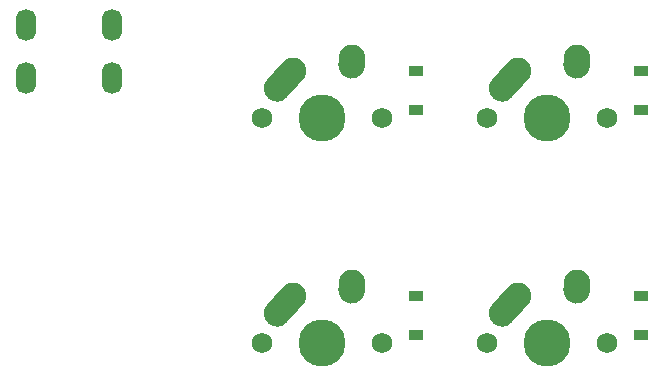
<source format=gbs>
G04 #@! TF.GenerationSoftware,KiCad,Pcbnew,(5.1.7)-1*
G04 #@! TF.CreationDate,2020-11-03T00:38:03-05:00*
G04 #@! TF.ProjectId,keyboard_test,6b657962-6f61-4726-945f-746573742e6b,rev?*
G04 #@! TF.SameCoordinates,Original*
G04 #@! TF.FileFunction,Soldermask,Bot*
G04 #@! TF.FilePolarity,Negative*
%FSLAX46Y46*%
G04 Gerber Fmt 4.6, Leading zero omitted, Abs format (unit mm)*
G04 Created by KiCad (PCBNEW (5.1.7)-1) date 2020-11-03 00:38:03*
%MOMM*%
%LPD*%
G01*
G04 APERTURE LIST*
%ADD10O,1.700000X2.700000*%
%ADD11C,1.750000*%
%ADD12C,2.250000*%
%ADD13C,3.987800*%
%ADD14R,1.200000X0.900000*%
G04 APERTURE END LIST*
D10*
X37781250Y-47625000D03*
X30481250Y-47625000D03*
X30481250Y-52125000D03*
X37781250Y-52125000D03*
D11*
X79692500Y-74612500D03*
X69532500Y-74612500D03*
D12*
X72112500Y-70612500D03*
D13*
X74612500Y-74612500D03*
G36*
G01*
X70051188Y-72909850D02*
X70051183Y-72909845D01*
G75*
G02*
X69965155Y-71321183I751317J837345D01*
G01*
X71275157Y-69861183D01*
G75*
G02*
X72863819Y-69775155I837345J-751317D01*
G01*
X72863819Y-69775155D01*
G75*
G02*
X72949847Y-71363817I-751317J-837345D01*
G01*
X71639845Y-72823817D01*
G75*
G02*
X70051183Y-72909845I-837345J751317D01*
G01*
G37*
D12*
X77152500Y-69532500D03*
G36*
G01*
X77035983Y-71234895D02*
X77035097Y-71234834D01*
G75*
G02*
X75990166Y-70035097I77403J1122334D01*
G01*
X76030166Y-69455097D01*
G75*
G02*
X77229903Y-68410166I1122334J-77403D01*
G01*
X77229903Y-68410166D01*
G75*
G02*
X78274834Y-69609903I-77403J-1122334D01*
G01*
X78234834Y-70189903D01*
G75*
G02*
X77035097Y-71234834I-1122334J77403D01*
G01*
G37*
D11*
X60642500Y-74612500D03*
X50482500Y-74612500D03*
D12*
X53062500Y-70612500D03*
D13*
X55562500Y-74612500D03*
G36*
G01*
X51001188Y-72909850D02*
X51001183Y-72909845D01*
G75*
G02*
X50915155Y-71321183I751317J837345D01*
G01*
X52225157Y-69861183D01*
G75*
G02*
X53813819Y-69775155I837345J-751317D01*
G01*
X53813819Y-69775155D01*
G75*
G02*
X53899847Y-71363817I-751317J-837345D01*
G01*
X52589845Y-72823817D01*
G75*
G02*
X51001183Y-72909845I-837345J751317D01*
G01*
G37*
D12*
X58102500Y-69532500D03*
G36*
G01*
X57985983Y-71234895D02*
X57985097Y-71234834D01*
G75*
G02*
X56940166Y-70035097I77403J1122334D01*
G01*
X56980166Y-69455097D01*
G75*
G02*
X58179903Y-68410166I1122334J-77403D01*
G01*
X58179903Y-68410166D01*
G75*
G02*
X59224834Y-69609903I-77403J-1122334D01*
G01*
X59184834Y-70189903D01*
G75*
G02*
X57985097Y-71234834I-1122334J77403D01*
G01*
G37*
D11*
X79692500Y-55562500D03*
X69532500Y-55562500D03*
D12*
X72112500Y-51562500D03*
D13*
X74612500Y-55562500D03*
G36*
G01*
X70051188Y-53859850D02*
X70051183Y-53859845D01*
G75*
G02*
X69965155Y-52271183I751317J837345D01*
G01*
X71275157Y-50811183D01*
G75*
G02*
X72863819Y-50725155I837345J-751317D01*
G01*
X72863819Y-50725155D01*
G75*
G02*
X72949847Y-52313817I-751317J-837345D01*
G01*
X71639845Y-53773817D01*
G75*
G02*
X70051183Y-53859845I-837345J751317D01*
G01*
G37*
D12*
X77152500Y-50482500D03*
G36*
G01*
X77035983Y-52184895D02*
X77035097Y-52184834D01*
G75*
G02*
X75990166Y-50985097I77403J1122334D01*
G01*
X76030166Y-50405097D01*
G75*
G02*
X77229903Y-49360166I1122334J-77403D01*
G01*
X77229903Y-49360166D01*
G75*
G02*
X78274834Y-50559903I-77403J-1122334D01*
G01*
X78234834Y-51139903D01*
G75*
G02*
X77035097Y-52184834I-1122334J77403D01*
G01*
G37*
D11*
X60642500Y-55562500D03*
X50482500Y-55562500D03*
D12*
X53062500Y-51562500D03*
D13*
X55562500Y-55562500D03*
G36*
G01*
X51001188Y-53859850D02*
X51001183Y-53859845D01*
G75*
G02*
X50915155Y-52271183I751317J837345D01*
G01*
X52225157Y-50811183D01*
G75*
G02*
X53813819Y-50725155I837345J-751317D01*
G01*
X53813819Y-50725155D01*
G75*
G02*
X53899847Y-52313817I-751317J-837345D01*
G01*
X52589845Y-53773817D01*
G75*
G02*
X51001183Y-53859845I-837345J751317D01*
G01*
G37*
D12*
X58102500Y-50482500D03*
G36*
G01*
X57985983Y-52184895D02*
X57985097Y-52184834D01*
G75*
G02*
X56940166Y-50985097I77403J1122334D01*
G01*
X56980166Y-50405097D01*
G75*
G02*
X58179903Y-49360166I1122334J-77403D01*
G01*
X58179903Y-49360166D01*
G75*
G02*
X59224834Y-50559903I-77403J-1122334D01*
G01*
X59184834Y-51139903D01*
G75*
G02*
X57985097Y-52184834I-1122334J77403D01*
G01*
G37*
D14*
X82550000Y-70581250D03*
X82550000Y-73881250D03*
X63500000Y-70581250D03*
X63500000Y-73881250D03*
X82550000Y-51531250D03*
X82550000Y-54831250D03*
X63500000Y-51531250D03*
X63500000Y-54831250D03*
M02*

</source>
